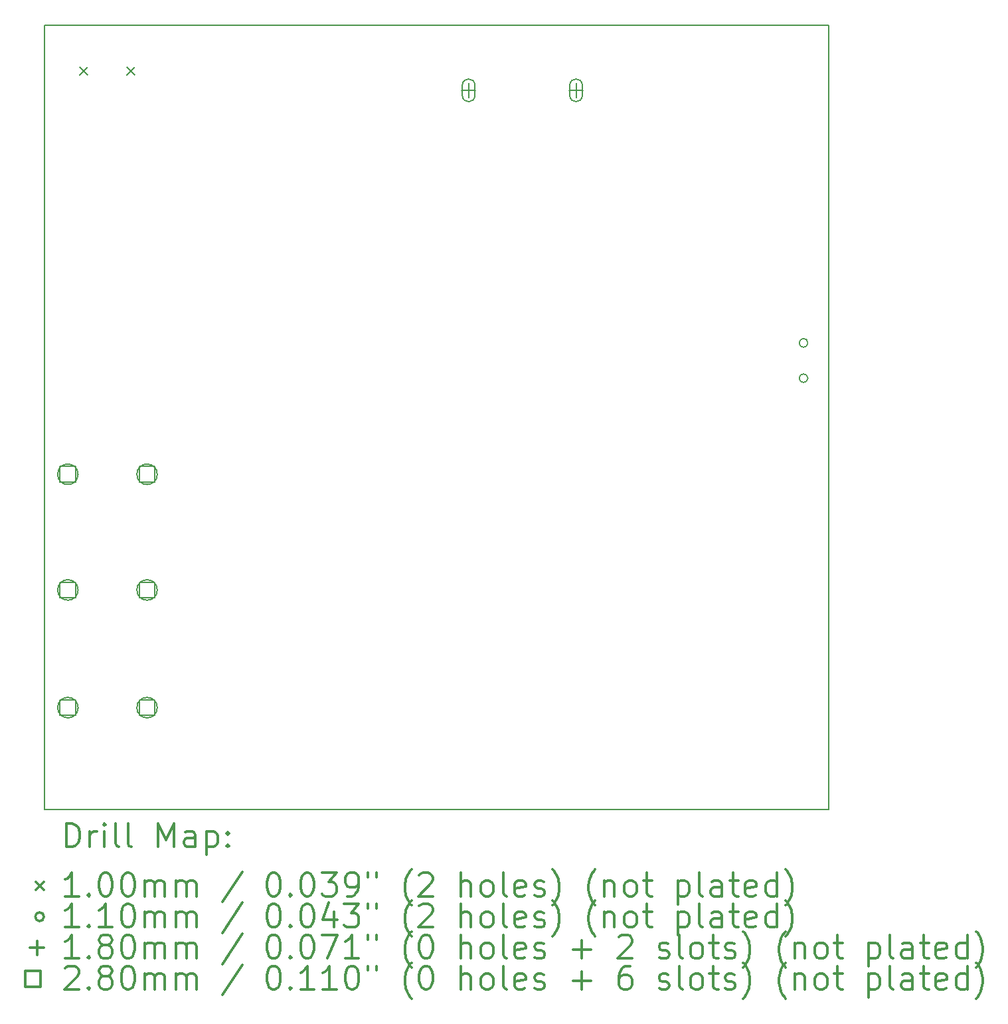
<source format=gbr>
%FSLAX45Y45*%
G04 Gerber Fmt 4.5, Leading zero omitted, Abs format (unit mm)*
G04 Created by KiCad (PCBNEW (5.0.2)-1) date 2019-02-15 17:12:08*
%MOMM*%
%LPD*%
G01*
G04 APERTURE LIST*
%ADD10C,0.200000*%
%ADD11C,0.300000*%
G04 APERTURE END LIST*
D10*
X10100000Y-15500000D02*
X20100000Y-15500000D01*
X20100000Y-15500000D02*
X20100000Y-5500000D01*
X10100000Y-5500000D02*
X10100000Y-15500000D01*
X20100000Y-5500000D02*
X10100000Y-5500000D01*
D10*
X10550000Y-6035000D02*
X10650000Y-6135000D01*
X10650000Y-6035000D02*
X10550000Y-6135000D01*
X11150000Y-6035000D02*
X11250000Y-6135000D01*
X11250000Y-6035000D02*
X11150000Y-6135000D01*
X19830000Y-9550000D02*
G75*
G03X19830000Y-9550000I-55000J0D01*
G01*
X19830000Y-10000000D02*
G75*
G03X19830000Y-10000000I-55000J0D01*
G01*
X15505000Y-6240000D02*
X15505000Y-6420000D01*
X15415000Y-6330000D02*
X15595000Y-6330000D01*
X15585000Y-6395000D02*
X15585000Y-6265000D01*
X15425000Y-6395000D02*
X15425000Y-6265000D01*
X15585000Y-6265000D02*
G75*
G03X15425000Y-6265000I-80000J0D01*
G01*
X15425000Y-6395000D02*
G75*
G03X15585000Y-6395000I80000J0D01*
G01*
X16875000Y-6240000D02*
X16875000Y-6420000D01*
X16785000Y-6330000D02*
X16965000Y-6330000D01*
X16955000Y-6395000D02*
X16955000Y-6265000D01*
X16795000Y-6395000D02*
X16795000Y-6265000D01*
X16955000Y-6265000D02*
G75*
G03X16795000Y-6265000I-80000J0D01*
G01*
X16795000Y-6395000D02*
G75*
G03X16955000Y-6395000I80000J0D01*
G01*
X10493996Y-12798996D02*
X10493996Y-12601004D01*
X10296004Y-12601004D01*
X10296004Y-12798996D01*
X10493996Y-12798996D01*
X10265000Y-12700000D02*
X10265000Y-12700000D01*
X10525000Y-12700000D02*
X10525000Y-12700000D01*
X10265000Y-12700000D02*
G75*
G03X10525000Y-12700000I130000J0D01*
G01*
X10525000Y-12700000D02*
G75*
G03X10265000Y-12700000I-130000J0D01*
G01*
X11503996Y-12798996D02*
X11503996Y-12601004D01*
X11306004Y-12601004D01*
X11306004Y-12798996D01*
X11503996Y-12798996D01*
X11275000Y-12700000D02*
X11275000Y-12700000D01*
X11535000Y-12700000D02*
X11535000Y-12700000D01*
X11275000Y-12700000D02*
G75*
G03X11535000Y-12700000I130000J0D01*
G01*
X11535000Y-12700000D02*
G75*
G03X11275000Y-12700000I-130000J0D01*
G01*
X10493996Y-11323996D02*
X10493996Y-11126004D01*
X10296004Y-11126004D01*
X10296004Y-11323996D01*
X10493996Y-11323996D01*
X10265000Y-11225000D02*
X10265000Y-11225000D01*
X10525000Y-11225000D02*
X10525000Y-11225000D01*
X10265000Y-11225000D02*
G75*
G03X10525000Y-11225000I130000J0D01*
G01*
X10525000Y-11225000D02*
G75*
G03X10265000Y-11225000I-130000J0D01*
G01*
X11503996Y-11323996D02*
X11503996Y-11126004D01*
X11306004Y-11126004D01*
X11306004Y-11323996D01*
X11503996Y-11323996D01*
X11275000Y-11225000D02*
X11275000Y-11225000D01*
X11535000Y-11225000D02*
X11535000Y-11225000D01*
X11275000Y-11225000D02*
G75*
G03X11535000Y-11225000I130000J0D01*
G01*
X11535000Y-11225000D02*
G75*
G03X11275000Y-11225000I-130000J0D01*
G01*
X10493996Y-14298996D02*
X10493996Y-14101004D01*
X10296004Y-14101004D01*
X10296004Y-14298996D01*
X10493996Y-14298996D01*
X10265000Y-14200000D02*
X10265000Y-14200000D01*
X10525000Y-14200000D02*
X10525000Y-14200000D01*
X10265000Y-14200000D02*
G75*
G03X10525000Y-14200000I130000J0D01*
G01*
X10525000Y-14200000D02*
G75*
G03X10265000Y-14200000I-130000J0D01*
G01*
X11503996Y-14298996D02*
X11503996Y-14101004D01*
X11306004Y-14101004D01*
X11306004Y-14298996D01*
X11503996Y-14298996D01*
X11275000Y-14200000D02*
X11275000Y-14200000D01*
X11535000Y-14200000D02*
X11535000Y-14200000D01*
X11275000Y-14200000D02*
G75*
G03X11535000Y-14200000I130000J0D01*
G01*
X11535000Y-14200000D02*
G75*
G03X11275000Y-14200000I-130000J0D01*
G01*
D11*
X10376428Y-15975714D02*
X10376428Y-15675714D01*
X10447857Y-15675714D01*
X10490714Y-15690000D01*
X10519286Y-15718571D01*
X10533571Y-15747143D01*
X10547857Y-15804286D01*
X10547857Y-15847143D01*
X10533571Y-15904286D01*
X10519286Y-15932857D01*
X10490714Y-15961429D01*
X10447857Y-15975714D01*
X10376428Y-15975714D01*
X10676428Y-15975714D02*
X10676428Y-15775714D01*
X10676428Y-15832857D02*
X10690714Y-15804286D01*
X10705000Y-15790000D01*
X10733571Y-15775714D01*
X10762143Y-15775714D01*
X10862143Y-15975714D02*
X10862143Y-15775714D01*
X10862143Y-15675714D02*
X10847857Y-15690000D01*
X10862143Y-15704286D01*
X10876428Y-15690000D01*
X10862143Y-15675714D01*
X10862143Y-15704286D01*
X11047857Y-15975714D02*
X11019286Y-15961429D01*
X11005000Y-15932857D01*
X11005000Y-15675714D01*
X11205000Y-15975714D02*
X11176428Y-15961429D01*
X11162143Y-15932857D01*
X11162143Y-15675714D01*
X11547857Y-15975714D02*
X11547857Y-15675714D01*
X11647857Y-15890000D01*
X11747857Y-15675714D01*
X11747857Y-15975714D01*
X12019286Y-15975714D02*
X12019286Y-15818571D01*
X12005000Y-15790000D01*
X11976428Y-15775714D01*
X11919286Y-15775714D01*
X11890714Y-15790000D01*
X12019286Y-15961429D02*
X11990714Y-15975714D01*
X11919286Y-15975714D01*
X11890714Y-15961429D01*
X11876428Y-15932857D01*
X11876428Y-15904286D01*
X11890714Y-15875714D01*
X11919286Y-15861429D01*
X11990714Y-15861429D01*
X12019286Y-15847143D01*
X12162143Y-15775714D02*
X12162143Y-16075714D01*
X12162143Y-15790000D02*
X12190714Y-15775714D01*
X12247857Y-15775714D01*
X12276428Y-15790000D01*
X12290714Y-15804286D01*
X12305000Y-15832857D01*
X12305000Y-15918571D01*
X12290714Y-15947143D01*
X12276428Y-15961429D01*
X12247857Y-15975714D01*
X12190714Y-15975714D01*
X12162143Y-15961429D01*
X12433571Y-15947143D02*
X12447857Y-15961429D01*
X12433571Y-15975714D01*
X12419286Y-15961429D01*
X12433571Y-15947143D01*
X12433571Y-15975714D01*
X12433571Y-15790000D02*
X12447857Y-15804286D01*
X12433571Y-15818571D01*
X12419286Y-15804286D01*
X12433571Y-15790000D01*
X12433571Y-15818571D01*
X9990000Y-16420000D02*
X10090000Y-16520000D01*
X10090000Y-16420000D02*
X9990000Y-16520000D01*
X10533571Y-16605714D02*
X10362143Y-16605714D01*
X10447857Y-16605714D02*
X10447857Y-16305714D01*
X10419286Y-16348571D01*
X10390714Y-16377143D01*
X10362143Y-16391429D01*
X10662143Y-16577143D02*
X10676428Y-16591429D01*
X10662143Y-16605714D01*
X10647857Y-16591429D01*
X10662143Y-16577143D01*
X10662143Y-16605714D01*
X10862143Y-16305714D02*
X10890714Y-16305714D01*
X10919286Y-16320000D01*
X10933571Y-16334286D01*
X10947857Y-16362857D01*
X10962143Y-16420000D01*
X10962143Y-16491429D01*
X10947857Y-16548571D01*
X10933571Y-16577143D01*
X10919286Y-16591429D01*
X10890714Y-16605714D01*
X10862143Y-16605714D01*
X10833571Y-16591429D01*
X10819286Y-16577143D01*
X10805000Y-16548571D01*
X10790714Y-16491429D01*
X10790714Y-16420000D01*
X10805000Y-16362857D01*
X10819286Y-16334286D01*
X10833571Y-16320000D01*
X10862143Y-16305714D01*
X11147857Y-16305714D02*
X11176428Y-16305714D01*
X11205000Y-16320000D01*
X11219286Y-16334286D01*
X11233571Y-16362857D01*
X11247857Y-16420000D01*
X11247857Y-16491429D01*
X11233571Y-16548571D01*
X11219286Y-16577143D01*
X11205000Y-16591429D01*
X11176428Y-16605714D01*
X11147857Y-16605714D01*
X11119286Y-16591429D01*
X11105000Y-16577143D01*
X11090714Y-16548571D01*
X11076428Y-16491429D01*
X11076428Y-16420000D01*
X11090714Y-16362857D01*
X11105000Y-16334286D01*
X11119286Y-16320000D01*
X11147857Y-16305714D01*
X11376428Y-16605714D02*
X11376428Y-16405714D01*
X11376428Y-16434286D02*
X11390714Y-16420000D01*
X11419286Y-16405714D01*
X11462143Y-16405714D01*
X11490714Y-16420000D01*
X11505000Y-16448571D01*
X11505000Y-16605714D01*
X11505000Y-16448571D02*
X11519286Y-16420000D01*
X11547857Y-16405714D01*
X11590714Y-16405714D01*
X11619286Y-16420000D01*
X11633571Y-16448571D01*
X11633571Y-16605714D01*
X11776428Y-16605714D02*
X11776428Y-16405714D01*
X11776428Y-16434286D02*
X11790714Y-16420000D01*
X11819286Y-16405714D01*
X11862143Y-16405714D01*
X11890714Y-16420000D01*
X11905000Y-16448571D01*
X11905000Y-16605714D01*
X11905000Y-16448571D02*
X11919286Y-16420000D01*
X11947857Y-16405714D01*
X11990714Y-16405714D01*
X12019286Y-16420000D01*
X12033571Y-16448571D01*
X12033571Y-16605714D01*
X12619286Y-16291429D02*
X12362143Y-16677143D01*
X13005000Y-16305714D02*
X13033571Y-16305714D01*
X13062143Y-16320000D01*
X13076428Y-16334286D01*
X13090714Y-16362857D01*
X13105000Y-16420000D01*
X13105000Y-16491429D01*
X13090714Y-16548571D01*
X13076428Y-16577143D01*
X13062143Y-16591429D01*
X13033571Y-16605714D01*
X13005000Y-16605714D01*
X12976428Y-16591429D01*
X12962143Y-16577143D01*
X12947857Y-16548571D01*
X12933571Y-16491429D01*
X12933571Y-16420000D01*
X12947857Y-16362857D01*
X12962143Y-16334286D01*
X12976428Y-16320000D01*
X13005000Y-16305714D01*
X13233571Y-16577143D02*
X13247857Y-16591429D01*
X13233571Y-16605714D01*
X13219286Y-16591429D01*
X13233571Y-16577143D01*
X13233571Y-16605714D01*
X13433571Y-16305714D02*
X13462143Y-16305714D01*
X13490714Y-16320000D01*
X13505000Y-16334286D01*
X13519286Y-16362857D01*
X13533571Y-16420000D01*
X13533571Y-16491429D01*
X13519286Y-16548571D01*
X13505000Y-16577143D01*
X13490714Y-16591429D01*
X13462143Y-16605714D01*
X13433571Y-16605714D01*
X13405000Y-16591429D01*
X13390714Y-16577143D01*
X13376428Y-16548571D01*
X13362143Y-16491429D01*
X13362143Y-16420000D01*
X13376428Y-16362857D01*
X13390714Y-16334286D01*
X13405000Y-16320000D01*
X13433571Y-16305714D01*
X13633571Y-16305714D02*
X13819286Y-16305714D01*
X13719286Y-16420000D01*
X13762143Y-16420000D01*
X13790714Y-16434286D01*
X13805000Y-16448571D01*
X13819286Y-16477143D01*
X13819286Y-16548571D01*
X13805000Y-16577143D01*
X13790714Y-16591429D01*
X13762143Y-16605714D01*
X13676428Y-16605714D01*
X13647857Y-16591429D01*
X13633571Y-16577143D01*
X13962143Y-16605714D02*
X14019286Y-16605714D01*
X14047857Y-16591429D01*
X14062143Y-16577143D01*
X14090714Y-16534286D01*
X14105000Y-16477143D01*
X14105000Y-16362857D01*
X14090714Y-16334286D01*
X14076428Y-16320000D01*
X14047857Y-16305714D01*
X13990714Y-16305714D01*
X13962143Y-16320000D01*
X13947857Y-16334286D01*
X13933571Y-16362857D01*
X13933571Y-16434286D01*
X13947857Y-16462857D01*
X13962143Y-16477143D01*
X13990714Y-16491429D01*
X14047857Y-16491429D01*
X14076428Y-16477143D01*
X14090714Y-16462857D01*
X14105000Y-16434286D01*
X14219286Y-16305714D02*
X14219286Y-16362857D01*
X14333571Y-16305714D02*
X14333571Y-16362857D01*
X14776428Y-16720000D02*
X14762143Y-16705714D01*
X14733571Y-16662857D01*
X14719286Y-16634286D01*
X14705000Y-16591429D01*
X14690714Y-16520000D01*
X14690714Y-16462857D01*
X14705000Y-16391429D01*
X14719286Y-16348571D01*
X14733571Y-16320000D01*
X14762143Y-16277143D01*
X14776428Y-16262857D01*
X14876428Y-16334286D02*
X14890714Y-16320000D01*
X14919286Y-16305714D01*
X14990714Y-16305714D01*
X15019286Y-16320000D01*
X15033571Y-16334286D01*
X15047857Y-16362857D01*
X15047857Y-16391429D01*
X15033571Y-16434286D01*
X14862143Y-16605714D01*
X15047857Y-16605714D01*
X15405000Y-16605714D02*
X15405000Y-16305714D01*
X15533571Y-16605714D02*
X15533571Y-16448571D01*
X15519286Y-16420000D01*
X15490714Y-16405714D01*
X15447857Y-16405714D01*
X15419286Y-16420000D01*
X15405000Y-16434286D01*
X15719286Y-16605714D02*
X15690714Y-16591429D01*
X15676428Y-16577143D01*
X15662143Y-16548571D01*
X15662143Y-16462857D01*
X15676428Y-16434286D01*
X15690714Y-16420000D01*
X15719286Y-16405714D01*
X15762143Y-16405714D01*
X15790714Y-16420000D01*
X15805000Y-16434286D01*
X15819286Y-16462857D01*
X15819286Y-16548571D01*
X15805000Y-16577143D01*
X15790714Y-16591429D01*
X15762143Y-16605714D01*
X15719286Y-16605714D01*
X15990714Y-16605714D02*
X15962143Y-16591429D01*
X15947857Y-16562857D01*
X15947857Y-16305714D01*
X16219286Y-16591429D02*
X16190714Y-16605714D01*
X16133571Y-16605714D01*
X16105000Y-16591429D01*
X16090714Y-16562857D01*
X16090714Y-16448571D01*
X16105000Y-16420000D01*
X16133571Y-16405714D01*
X16190714Y-16405714D01*
X16219286Y-16420000D01*
X16233571Y-16448571D01*
X16233571Y-16477143D01*
X16090714Y-16505714D01*
X16347857Y-16591429D02*
X16376428Y-16605714D01*
X16433571Y-16605714D01*
X16462143Y-16591429D01*
X16476428Y-16562857D01*
X16476428Y-16548571D01*
X16462143Y-16520000D01*
X16433571Y-16505714D01*
X16390714Y-16505714D01*
X16362143Y-16491429D01*
X16347857Y-16462857D01*
X16347857Y-16448571D01*
X16362143Y-16420000D01*
X16390714Y-16405714D01*
X16433571Y-16405714D01*
X16462143Y-16420000D01*
X16576428Y-16720000D02*
X16590714Y-16705714D01*
X16619286Y-16662857D01*
X16633571Y-16634286D01*
X16647857Y-16591429D01*
X16662143Y-16520000D01*
X16662143Y-16462857D01*
X16647857Y-16391429D01*
X16633571Y-16348571D01*
X16619286Y-16320000D01*
X16590714Y-16277143D01*
X16576428Y-16262857D01*
X17119286Y-16720000D02*
X17105000Y-16705714D01*
X17076428Y-16662857D01*
X17062143Y-16634286D01*
X17047857Y-16591429D01*
X17033571Y-16520000D01*
X17033571Y-16462857D01*
X17047857Y-16391429D01*
X17062143Y-16348571D01*
X17076428Y-16320000D01*
X17105000Y-16277143D01*
X17119286Y-16262857D01*
X17233571Y-16405714D02*
X17233571Y-16605714D01*
X17233571Y-16434286D02*
X17247857Y-16420000D01*
X17276428Y-16405714D01*
X17319286Y-16405714D01*
X17347857Y-16420000D01*
X17362143Y-16448571D01*
X17362143Y-16605714D01*
X17547857Y-16605714D02*
X17519286Y-16591429D01*
X17505000Y-16577143D01*
X17490714Y-16548571D01*
X17490714Y-16462857D01*
X17505000Y-16434286D01*
X17519286Y-16420000D01*
X17547857Y-16405714D01*
X17590714Y-16405714D01*
X17619286Y-16420000D01*
X17633571Y-16434286D01*
X17647857Y-16462857D01*
X17647857Y-16548571D01*
X17633571Y-16577143D01*
X17619286Y-16591429D01*
X17590714Y-16605714D01*
X17547857Y-16605714D01*
X17733571Y-16405714D02*
X17847857Y-16405714D01*
X17776428Y-16305714D02*
X17776428Y-16562857D01*
X17790714Y-16591429D01*
X17819286Y-16605714D01*
X17847857Y-16605714D01*
X18176428Y-16405714D02*
X18176428Y-16705714D01*
X18176428Y-16420000D02*
X18205000Y-16405714D01*
X18262143Y-16405714D01*
X18290714Y-16420000D01*
X18305000Y-16434286D01*
X18319286Y-16462857D01*
X18319286Y-16548571D01*
X18305000Y-16577143D01*
X18290714Y-16591429D01*
X18262143Y-16605714D01*
X18205000Y-16605714D01*
X18176428Y-16591429D01*
X18490714Y-16605714D02*
X18462143Y-16591429D01*
X18447857Y-16562857D01*
X18447857Y-16305714D01*
X18733571Y-16605714D02*
X18733571Y-16448571D01*
X18719286Y-16420000D01*
X18690714Y-16405714D01*
X18633571Y-16405714D01*
X18605000Y-16420000D01*
X18733571Y-16591429D02*
X18705000Y-16605714D01*
X18633571Y-16605714D01*
X18605000Y-16591429D01*
X18590714Y-16562857D01*
X18590714Y-16534286D01*
X18605000Y-16505714D01*
X18633571Y-16491429D01*
X18705000Y-16491429D01*
X18733571Y-16477143D01*
X18833571Y-16405714D02*
X18947857Y-16405714D01*
X18876428Y-16305714D02*
X18876428Y-16562857D01*
X18890714Y-16591429D01*
X18919286Y-16605714D01*
X18947857Y-16605714D01*
X19162143Y-16591429D02*
X19133571Y-16605714D01*
X19076428Y-16605714D01*
X19047857Y-16591429D01*
X19033571Y-16562857D01*
X19033571Y-16448571D01*
X19047857Y-16420000D01*
X19076428Y-16405714D01*
X19133571Y-16405714D01*
X19162143Y-16420000D01*
X19176428Y-16448571D01*
X19176428Y-16477143D01*
X19033571Y-16505714D01*
X19433571Y-16605714D02*
X19433571Y-16305714D01*
X19433571Y-16591429D02*
X19405000Y-16605714D01*
X19347857Y-16605714D01*
X19319286Y-16591429D01*
X19305000Y-16577143D01*
X19290714Y-16548571D01*
X19290714Y-16462857D01*
X19305000Y-16434286D01*
X19319286Y-16420000D01*
X19347857Y-16405714D01*
X19405000Y-16405714D01*
X19433571Y-16420000D01*
X19547857Y-16720000D02*
X19562143Y-16705714D01*
X19590714Y-16662857D01*
X19605000Y-16634286D01*
X19619286Y-16591429D01*
X19633571Y-16520000D01*
X19633571Y-16462857D01*
X19619286Y-16391429D01*
X19605000Y-16348571D01*
X19590714Y-16320000D01*
X19562143Y-16277143D01*
X19547857Y-16262857D01*
X10090000Y-16866000D02*
G75*
G03X10090000Y-16866000I-55000J0D01*
G01*
X10533571Y-17001714D02*
X10362143Y-17001714D01*
X10447857Y-17001714D02*
X10447857Y-16701714D01*
X10419286Y-16744571D01*
X10390714Y-16773143D01*
X10362143Y-16787429D01*
X10662143Y-16973143D02*
X10676428Y-16987429D01*
X10662143Y-17001714D01*
X10647857Y-16987429D01*
X10662143Y-16973143D01*
X10662143Y-17001714D01*
X10962143Y-17001714D02*
X10790714Y-17001714D01*
X10876428Y-17001714D02*
X10876428Y-16701714D01*
X10847857Y-16744571D01*
X10819286Y-16773143D01*
X10790714Y-16787429D01*
X11147857Y-16701714D02*
X11176428Y-16701714D01*
X11205000Y-16716000D01*
X11219286Y-16730286D01*
X11233571Y-16758857D01*
X11247857Y-16816000D01*
X11247857Y-16887429D01*
X11233571Y-16944572D01*
X11219286Y-16973143D01*
X11205000Y-16987429D01*
X11176428Y-17001714D01*
X11147857Y-17001714D01*
X11119286Y-16987429D01*
X11105000Y-16973143D01*
X11090714Y-16944572D01*
X11076428Y-16887429D01*
X11076428Y-16816000D01*
X11090714Y-16758857D01*
X11105000Y-16730286D01*
X11119286Y-16716000D01*
X11147857Y-16701714D01*
X11376428Y-17001714D02*
X11376428Y-16801714D01*
X11376428Y-16830286D02*
X11390714Y-16816000D01*
X11419286Y-16801714D01*
X11462143Y-16801714D01*
X11490714Y-16816000D01*
X11505000Y-16844572D01*
X11505000Y-17001714D01*
X11505000Y-16844572D02*
X11519286Y-16816000D01*
X11547857Y-16801714D01*
X11590714Y-16801714D01*
X11619286Y-16816000D01*
X11633571Y-16844572D01*
X11633571Y-17001714D01*
X11776428Y-17001714D02*
X11776428Y-16801714D01*
X11776428Y-16830286D02*
X11790714Y-16816000D01*
X11819286Y-16801714D01*
X11862143Y-16801714D01*
X11890714Y-16816000D01*
X11905000Y-16844572D01*
X11905000Y-17001714D01*
X11905000Y-16844572D02*
X11919286Y-16816000D01*
X11947857Y-16801714D01*
X11990714Y-16801714D01*
X12019286Y-16816000D01*
X12033571Y-16844572D01*
X12033571Y-17001714D01*
X12619286Y-16687429D02*
X12362143Y-17073143D01*
X13005000Y-16701714D02*
X13033571Y-16701714D01*
X13062143Y-16716000D01*
X13076428Y-16730286D01*
X13090714Y-16758857D01*
X13105000Y-16816000D01*
X13105000Y-16887429D01*
X13090714Y-16944572D01*
X13076428Y-16973143D01*
X13062143Y-16987429D01*
X13033571Y-17001714D01*
X13005000Y-17001714D01*
X12976428Y-16987429D01*
X12962143Y-16973143D01*
X12947857Y-16944572D01*
X12933571Y-16887429D01*
X12933571Y-16816000D01*
X12947857Y-16758857D01*
X12962143Y-16730286D01*
X12976428Y-16716000D01*
X13005000Y-16701714D01*
X13233571Y-16973143D02*
X13247857Y-16987429D01*
X13233571Y-17001714D01*
X13219286Y-16987429D01*
X13233571Y-16973143D01*
X13233571Y-17001714D01*
X13433571Y-16701714D02*
X13462143Y-16701714D01*
X13490714Y-16716000D01*
X13505000Y-16730286D01*
X13519286Y-16758857D01*
X13533571Y-16816000D01*
X13533571Y-16887429D01*
X13519286Y-16944572D01*
X13505000Y-16973143D01*
X13490714Y-16987429D01*
X13462143Y-17001714D01*
X13433571Y-17001714D01*
X13405000Y-16987429D01*
X13390714Y-16973143D01*
X13376428Y-16944572D01*
X13362143Y-16887429D01*
X13362143Y-16816000D01*
X13376428Y-16758857D01*
X13390714Y-16730286D01*
X13405000Y-16716000D01*
X13433571Y-16701714D01*
X13790714Y-16801714D02*
X13790714Y-17001714D01*
X13719286Y-16687429D02*
X13647857Y-16901714D01*
X13833571Y-16901714D01*
X13919286Y-16701714D02*
X14105000Y-16701714D01*
X14005000Y-16816000D01*
X14047857Y-16816000D01*
X14076428Y-16830286D01*
X14090714Y-16844572D01*
X14105000Y-16873143D01*
X14105000Y-16944572D01*
X14090714Y-16973143D01*
X14076428Y-16987429D01*
X14047857Y-17001714D01*
X13962143Y-17001714D01*
X13933571Y-16987429D01*
X13919286Y-16973143D01*
X14219286Y-16701714D02*
X14219286Y-16758857D01*
X14333571Y-16701714D02*
X14333571Y-16758857D01*
X14776428Y-17116000D02*
X14762143Y-17101714D01*
X14733571Y-17058857D01*
X14719286Y-17030286D01*
X14705000Y-16987429D01*
X14690714Y-16916000D01*
X14690714Y-16858857D01*
X14705000Y-16787429D01*
X14719286Y-16744571D01*
X14733571Y-16716000D01*
X14762143Y-16673143D01*
X14776428Y-16658857D01*
X14876428Y-16730286D02*
X14890714Y-16716000D01*
X14919286Y-16701714D01*
X14990714Y-16701714D01*
X15019286Y-16716000D01*
X15033571Y-16730286D01*
X15047857Y-16758857D01*
X15047857Y-16787429D01*
X15033571Y-16830286D01*
X14862143Y-17001714D01*
X15047857Y-17001714D01*
X15405000Y-17001714D02*
X15405000Y-16701714D01*
X15533571Y-17001714D02*
X15533571Y-16844572D01*
X15519286Y-16816000D01*
X15490714Y-16801714D01*
X15447857Y-16801714D01*
X15419286Y-16816000D01*
X15405000Y-16830286D01*
X15719286Y-17001714D02*
X15690714Y-16987429D01*
X15676428Y-16973143D01*
X15662143Y-16944572D01*
X15662143Y-16858857D01*
X15676428Y-16830286D01*
X15690714Y-16816000D01*
X15719286Y-16801714D01*
X15762143Y-16801714D01*
X15790714Y-16816000D01*
X15805000Y-16830286D01*
X15819286Y-16858857D01*
X15819286Y-16944572D01*
X15805000Y-16973143D01*
X15790714Y-16987429D01*
X15762143Y-17001714D01*
X15719286Y-17001714D01*
X15990714Y-17001714D02*
X15962143Y-16987429D01*
X15947857Y-16958857D01*
X15947857Y-16701714D01*
X16219286Y-16987429D02*
X16190714Y-17001714D01*
X16133571Y-17001714D01*
X16105000Y-16987429D01*
X16090714Y-16958857D01*
X16090714Y-16844572D01*
X16105000Y-16816000D01*
X16133571Y-16801714D01*
X16190714Y-16801714D01*
X16219286Y-16816000D01*
X16233571Y-16844572D01*
X16233571Y-16873143D01*
X16090714Y-16901714D01*
X16347857Y-16987429D02*
X16376428Y-17001714D01*
X16433571Y-17001714D01*
X16462143Y-16987429D01*
X16476428Y-16958857D01*
X16476428Y-16944572D01*
X16462143Y-16916000D01*
X16433571Y-16901714D01*
X16390714Y-16901714D01*
X16362143Y-16887429D01*
X16347857Y-16858857D01*
X16347857Y-16844572D01*
X16362143Y-16816000D01*
X16390714Y-16801714D01*
X16433571Y-16801714D01*
X16462143Y-16816000D01*
X16576428Y-17116000D02*
X16590714Y-17101714D01*
X16619286Y-17058857D01*
X16633571Y-17030286D01*
X16647857Y-16987429D01*
X16662143Y-16916000D01*
X16662143Y-16858857D01*
X16647857Y-16787429D01*
X16633571Y-16744571D01*
X16619286Y-16716000D01*
X16590714Y-16673143D01*
X16576428Y-16658857D01*
X17119286Y-17116000D02*
X17105000Y-17101714D01*
X17076428Y-17058857D01*
X17062143Y-17030286D01*
X17047857Y-16987429D01*
X17033571Y-16916000D01*
X17033571Y-16858857D01*
X17047857Y-16787429D01*
X17062143Y-16744571D01*
X17076428Y-16716000D01*
X17105000Y-16673143D01*
X17119286Y-16658857D01*
X17233571Y-16801714D02*
X17233571Y-17001714D01*
X17233571Y-16830286D02*
X17247857Y-16816000D01*
X17276428Y-16801714D01*
X17319286Y-16801714D01*
X17347857Y-16816000D01*
X17362143Y-16844572D01*
X17362143Y-17001714D01*
X17547857Y-17001714D02*
X17519286Y-16987429D01*
X17505000Y-16973143D01*
X17490714Y-16944572D01*
X17490714Y-16858857D01*
X17505000Y-16830286D01*
X17519286Y-16816000D01*
X17547857Y-16801714D01*
X17590714Y-16801714D01*
X17619286Y-16816000D01*
X17633571Y-16830286D01*
X17647857Y-16858857D01*
X17647857Y-16944572D01*
X17633571Y-16973143D01*
X17619286Y-16987429D01*
X17590714Y-17001714D01*
X17547857Y-17001714D01*
X17733571Y-16801714D02*
X17847857Y-16801714D01*
X17776428Y-16701714D02*
X17776428Y-16958857D01*
X17790714Y-16987429D01*
X17819286Y-17001714D01*
X17847857Y-17001714D01*
X18176428Y-16801714D02*
X18176428Y-17101714D01*
X18176428Y-16816000D02*
X18205000Y-16801714D01*
X18262143Y-16801714D01*
X18290714Y-16816000D01*
X18305000Y-16830286D01*
X18319286Y-16858857D01*
X18319286Y-16944572D01*
X18305000Y-16973143D01*
X18290714Y-16987429D01*
X18262143Y-17001714D01*
X18205000Y-17001714D01*
X18176428Y-16987429D01*
X18490714Y-17001714D02*
X18462143Y-16987429D01*
X18447857Y-16958857D01*
X18447857Y-16701714D01*
X18733571Y-17001714D02*
X18733571Y-16844572D01*
X18719286Y-16816000D01*
X18690714Y-16801714D01*
X18633571Y-16801714D01*
X18605000Y-16816000D01*
X18733571Y-16987429D02*
X18705000Y-17001714D01*
X18633571Y-17001714D01*
X18605000Y-16987429D01*
X18590714Y-16958857D01*
X18590714Y-16930286D01*
X18605000Y-16901714D01*
X18633571Y-16887429D01*
X18705000Y-16887429D01*
X18733571Y-16873143D01*
X18833571Y-16801714D02*
X18947857Y-16801714D01*
X18876428Y-16701714D02*
X18876428Y-16958857D01*
X18890714Y-16987429D01*
X18919286Y-17001714D01*
X18947857Y-17001714D01*
X19162143Y-16987429D02*
X19133571Y-17001714D01*
X19076428Y-17001714D01*
X19047857Y-16987429D01*
X19033571Y-16958857D01*
X19033571Y-16844572D01*
X19047857Y-16816000D01*
X19076428Y-16801714D01*
X19133571Y-16801714D01*
X19162143Y-16816000D01*
X19176428Y-16844572D01*
X19176428Y-16873143D01*
X19033571Y-16901714D01*
X19433571Y-17001714D02*
X19433571Y-16701714D01*
X19433571Y-16987429D02*
X19405000Y-17001714D01*
X19347857Y-17001714D01*
X19319286Y-16987429D01*
X19305000Y-16973143D01*
X19290714Y-16944572D01*
X19290714Y-16858857D01*
X19305000Y-16830286D01*
X19319286Y-16816000D01*
X19347857Y-16801714D01*
X19405000Y-16801714D01*
X19433571Y-16816000D01*
X19547857Y-17116000D02*
X19562143Y-17101714D01*
X19590714Y-17058857D01*
X19605000Y-17030286D01*
X19619286Y-16987429D01*
X19633571Y-16916000D01*
X19633571Y-16858857D01*
X19619286Y-16787429D01*
X19605000Y-16744571D01*
X19590714Y-16716000D01*
X19562143Y-16673143D01*
X19547857Y-16658857D01*
X10000000Y-17172000D02*
X10000000Y-17352000D01*
X9910000Y-17262000D02*
X10090000Y-17262000D01*
X10533571Y-17397714D02*
X10362143Y-17397714D01*
X10447857Y-17397714D02*
X10447857Y-17097714D01*
X10419286Y-17140572D01*
X10390714Y-17169143D01*
X10362143Y-17183429D01*
X10662143Y-17369143D02*
X10676428Y-17383429D01*
X10662143Y-17397714D01*
X10647857Y-17383429D01*
X10662143Y-17369143D01*
X10662143Y-17397714D01*
X10847857Y-17226286D02*
X10819286Y-17212000D01*
X10805000Y-17197714D01*
X10790714Y-17169143D01*
X10790714Y-17154857D01*
X10805000Y-17126286D01*
X10819286Y-17112000D01*
X10847857Y-17097714D01*
X10905000Y-17097714D01*
X10933571Y-17112000D01*
X10947857Y-17126286D01*
X10962143Y-17154857D01*
X10962143Y-17169143D01*
X10947857Y-17197714D01*
X10933571Y-17212000D01*
X10905000Y-17226286D01*
X10847857Y-17226286D01*
X10819286Y-17240572D01*
X10805000Y-17254857D01*
X10790714Y-17283429D01*
X10790714Y-17340572D01*
X10805000Y-17369143D01*
X10819286Y-17383429D01*
X10847857Y-17397714D01*
X10905000Y-17397714D01*
X10933571Y-17383429D01*
X10947857Y-17369143D01*
X10962143Y-17340572D01*
X10962143Y-17283429D01*
X10947857Y-17254857D01*
X10933571Y-17240572D01*
X10905000Y-17226286D01*
X11147857Y-17097714D02*
X11176428Y-17097714D01*
X11205000Y-17112000D01*
X11219286Y-17126286D01*
X11233571Y-17154857D01*
X11247857Y-17212000D01*
X11247857Y-17283429D01*
X11233571Y-17340572D01*
X11219286Y-17369143D01*
X11205000Y-17383429D01*
X11176428Y-17397714D01*
X11147857Y-17397714D01*
X11119286Y-17383429D01*
X11105000Y-17369143D01*
X11090714Y-17340572D01*
X11076428Y-17283429D01*
X11076428Y-17212000D01*
X11090714Y-17154857D01*
X11105000Y-17126286D01*
X11119286Y-17112000D01*
X11147857Y-17097714D01*
X11376428Y-17397714D02*
X11376428Y-17197714D01*
X11376428Y-17226286D02*
X11390714Y-17212000D01*
X11419286Y-17197714D01*
X11462143Y-17197714D01*
X11490714Y-17212000D01*
X11505000Y-17240572D01*
X11505000Y-17397714D01*
X11505000Y-17240572D02*
X11519286Y-17212000D01*
X11547857Y-17197714D01*
X11590714Y-17197714D01*
X11619286Y-17212000D01*
X11633571Y-17240572D01*
X11633571Y-17397714D01*
X11776428Y-17397714D02*
X11776428Y-17197714D01*
X11776428Y-17226286D02*
X11790714Y-17212000D01*
X11819286Y-17197714D01*
X11862143Y-17197714D01*
X11890714Y-17212000D01*
X11905000Y-17240572D01*
X11905000Y-17397714D01*
X11905000Y-17240572D02*
X11919286Y-17212000D01*
X11947857Y-17197714D01*
X11990714Y-17197714D01*
X12019286Y-17212000D01*
X12033571Y-17240572D01*
X12033571Y-17397714D01*
X12619286Y-17083429D02*
X12362143Y-17469143D01*
X13005000Y-17097714D02*
X13033571Y-17097714D01*
X13062143Y-17112000D01*
X13076428Y-17126286D01*
X13090714Y-17154857D01*
X13105000Y-17212000D01*
X13105000Y-17283429D01*
X13090714Y-17340572D01*
X13076428Y-17369143D01*
X13062143Y-17383429D01*
X13033571Y-17397714D01*
X13005000Y-17397714D01*
X12976428Y-17383429D01*
X12962143Y-17369143D01*
X12947857Y-17340572D01*
X12933571Y-17283429D01*
X12933571Y-17212000D01*
X12947857Y-17154857D01*
X12962143Y-17126286D01*
X12976428Y-17112000D01*
X13005000Y-17097714D01*
X13233571Y-17369143D02*
X13247857Y-17383429D01*
X13233571Y-17397714D01*
X13219286Y-17383429D01*
X13233571Y-17369143D01*
X13233571Y-17397714D01*
X13433571Y-17097714D02*
X13462143Y-17097714D01*
X13490714Y-17112000D01*
X13505000Y-17126286D01*
X13519286Y-17154857D01*
X13533571Y-17212000D01*
X13533571Y-17283429D01*
X13519286Y-17340572D01*
X13505000Y-17369143D01*
X13490714Y-17383429D01*
X13462143Y-17397714D01*
X13433571Y-17397714D01*
X13405000Y-17383429D01*
X13390714Y-17369143D01*
X13376428Y-17340572D01*
X13362143Y-17283429D01*
X13362143Y-17212000D01*
X13376428Y-17154857D01*
X13390714Y-17126286D01*
X13405000Y-17112000D01*
X13433571Y-17097714D01*
X13633571Y-17097714D02*
X13833571Y-17097714D01*
X13705000Y-17397714D01*
X14105000Y-17397714D02*
X13933571Y-17397714D01*
X14019286Y-17397714D02*
X14019286Y-17097714D01*
X13990714Y-17140572D01*
X13962143Y-17169143D01*
X13933571Y-17183429D01*
X14219286Y-17097714D02*
X14219286Y-17154857D01*
X14333571Y-17097714D02*
X14333571Y-17154857D01*
X14776428Y-17512000D02*
X14762143Y-17497714D01*
X14733571Y-17454857D01*
X14719286Y-17426286D01*
X14705000Y-17383429D01*
X14690714Y-17312000D01*
X14690714Y-17254857D01*
X14705000Y-17183429D01*
X14719286Y-17140572D01*
X14733571Y-17112000D01*
X14762143Y-17069143D01*
X14776428Y-17054857D01*
X14947857Y-17097714D02*
X14976428Y-17097714D01*
X15005000Y-17112000D01*
X15019286Y-17126286D01*
X15033571Y-17154857D01*
X15047857Y-17212000D01*
X15047857Y-17283429D01*
X15033571Y-17340572D01*
X15019286Y-17369143D01*
X15005000Y-17383429D01*
X14976428Y-17397714D01*
X14947857Y-17397714D01*
X14919286Y-17383429D01*
X14905000Y-17369143D01*
X14890714Y-17340572D01*
X14876428Y-17283429D01*
X14876428Y-17212000D01*
X14890714Y-17154857D01*
X14905000Y-17126286D01*
X14919286Y-17112000D01*
X14947857Y-17097714D01*
X15405000Y-17397714D02*
X15405000Y-17097714D01*
X15533571Y-17397714D02*
X15533571Y-17240572D01*
X15519286Y-17212000D01*
X15490714Y-17197714D01*
X15447857Y-17197714D01*
X15419286Y-17212000D01*
X15405000Y-17226286D01*
X15719286Y-17397714D02*
X15690714Y-17383429D01*
X15676428Y-17369143D01*
X15662143Y-17340572D01*
X15662143Y-17254857D01*
X15676428Y-17226286D01*
X15690714Y-17212000D01*
X15719286Y-17197714D01*
X15762143Y-17197714D01*
X15790714Y-17212000D01*
X15805000Y-17226286D01*
X15819286Y-17254857D01*
X15819286Y-17340572D01*
X15805000Y-17369143D01*
X15790714Y-17383429D01*
X15762143Y-17397714D01*
X15719286Y-17397714D01*
X15990714Y-17397714D02*
X15962143Y-17383429D01*
X15947857Y-17354857D01*
X15947857Y-17097714D01*
X16219286Y-17383429D02*
X16190714Y-17397714D01*
X16133571Y-17397714D01*
X16105000Y-17383429D01*
X16090714Y-17354857D01*
X16090714Y-17240572D01*
X16105000Y-17212000D01*
X16133571Y-17197714D01*
X16190714Y-17197714D01*
X16219286Y-17212000D01*
X16233571Y-17240572D01*
X16233571Y-17269143D01*
X16090714Y-17297714D01*
X16347857Y-17383429D02*
X16376428Y-17397714D01*
X16433571Y-17397714D01*
X16462143Y-17383429D01*
X16476428Y-17354857D01*
X16476428Y-17340572D01*
X16462143Y-17312000D01*
X16433571Y-17297714D01*
X16390714Y-17297714D01*
X16362143Y-17283429D01*
X16347857Y-17254857D01*
X16347857Y-17240572D01*
X16362143Y-17212000D01*
X16390714Y-17197714D01*
X16433571Y-17197714D01*
X16462143Y-17212000D01*
X16833571Y-17283429D02*
X17062143Y-17283429D01*
X16947857Y-17397714D02*
X16947857Y-17169143D01*
X17419286Y-17126286D02*
X17433571Y-17112000D01*
X17462143Y-17097714D01*
X17533571Y-17097714D01*
X17562143Y-17112000D01*
X17576428Y-17126286D01*
X17590714Y-17154857D01*
X17590714Y-17183429D01*
X17576428Y-17226286D01*
X17405000Y-17397714D01*
X17590714Y-17397714D01*
X17933571Y-17383429D02*
X17962143Y-17397714D01*
X18019286Y-17397714D01*
X18047857Y-17383429D01*
X18062143Y-17354857D01*
X18062143Y-17340572D01*
X18047857Y-17312000D01*
X18019286Y-17297714D01*
X17976428Y-17297714D01*
X17947857Y-17283429D01*
X17933571Y-17254857D01*
X17933571Y-17240572D01*
X17947857Y-17212000D01*
X17976428Y-17197714D01*
X18019286Y-17197714D01*
X18047857Y-17212000D01*
X18233571Y-17397714D02*
X18205000Y-17383429D01*
X18190714Y-17354857D01*
X18190714Y-17097714D01*
X18390714Y-17397714D02*
X18362143Y-17383429D01*
X18347857Y-17369143D01*
X18333571Y-17340572D01*
X18333571Y-17254857D01*
X18347857Y-17226286D01*
X18362143Y-17212000D01*
X18390714Y-17197714D01*
X18433571Y-17197714D01*
X18462143Y-17212000D01*
X18476428Y-17226286D01*
X18490714Y-17254857D01*
X18490714Y-17340572D01*
X18476428Y-17369143D01*
X18462143Y-17383429D01*
X18433571Y-17397714D01*
X18390714Y-17397714D01*
X18576428Y-17197714D02*
X18690714Y-17197714D01*
X18619286Y-17097714D02*
X18619286Y-17354857D01*
X18633571Y-17383429D01*
X18662143Y-17397714D01*
X18690714Y-17397714D01*
X18776428Y-17383429D02*
X18805000Y-17397714D01*
X18862143Y-17397714D01*
X18890714Y-17383429D01*
X18905000Y-17354857D01*
X18905000Y-17340572D01*
X18890714Y-17312000D01*
X18862143Y-17297714D01*
X18819286Y-17297714D01*
X18790714Y-17283429D01*
X18776428Y-17254857D01*
X18776428Y-17240572D01*
X18790714Y-17212000D01*
X18819286Y-17197714D01*
X18862143Y-17197714D01*
X18890714Y-17212000D01*
X19005000Y-17512000D02*
X19019286Y-17497714D01*
X19047857Y-17454857D01*
X19062143Y-17426286D01*
X19076428Y-17383429D01*
X19090714Y-17312000D01*
X19090714Y-17254857D01*
X19076428Y-17183429D01*
X19062143Y-17140572D01*
X19047857Y-17112000D01*
X19019286Y-17069143D01*
X19005000Y-17054857D01*
X19547857Y-17512000D02*
X19533571Y-17497714D01*
X19505000Y-17454857D01*
X19490714Y-17426286D01*
X19476428Y-17383429D01*
X19462143Y-17312000D01*
X19462143Y-17254857D01*
X19476428Y-17183429D01*
X19490714Y-17140572D01*
X19505000Y-17112000D01*
X19533571Y-17069143D01*
X19547857Y-17054857D01*
X19662143Y-17197714D02*
X19662143Y-17397714D01*
X19662143Y-17226286D02*
X19676428Y-17212000D01*
X19705000Y-17197714D01*
X19747857Y-17197714D01*
X19776428Y-17212000D01*
X19790714Y-17240572D01*
X19790714Y-17397714D01*
X19976428Y-17397714D02*
X19947857Y-17383429D01*
X19933571Y-17369143D01*
X19919286Y-17340572D01*
X19919286Y-17254857D01*
X19933571Y-17226286D01*
X19947857Y-17212000D01*
X19976428Y-17197714D01*
X20019286Y-17197714D01*
X20047857Y-17212000D01*
X20062143Y-17226286D01*
X20076428Y-17254857D01*
X20076428Y-17340572D01*
X20062143Y-17369143D01*
X20047857Y-17383429D01*
X20019286Y-17397714D01*
X19976428Y-17397714D01*
X20162143Y-17197714D02*
X20276428Y-17197714D01*
X20205000Y-17097714D02*
X20205000Y-17354857D01*
X20219286Y-17383429D01*
X20247857Y-17397714D01*
X20276428Y-17397714D01*
X20605000Y-17197714D02*
X20605000Y-17497714D01*
X20605000Y-17212000D02*
X20633571Y-17197714D01*
X20690714Y-17197714D01*
X20719286Y-17212000D01*
X20733571Y-17226286D01*
X20747857Y-17254857D01*
X20747857Y-17340572D01*
X20733571Y-17369143D01*
X20719286Y-17383429D01*
X20690714Y-17397714D01*
X20633571Y-17397714D01*
X20605000Y-17383429D01*
X20919286Y-17397714D02*
X20890714Y-17383429D01*
X20876428Y-17354857D01*
X20876428Y-17097714D01*
X21162143Y-17397714D02*
X21162143Y-17240572D01*
X21147857Y-17212000D01*
X21119286Y-17197714D01*
X21062143Y-17197714D01*
X21033571Y-17212000D01*
X21162143Y-17383429D02*
X21133571Y-17397714D01*
X21062143Y-17397714D01*
X21033571Y-17383429D01*
X21019286Y-17354857D01*
X21019286Y-17326286D01*
X21033571Y-17297714D01*
X21062143Y-17283429D01*
X21133571Y-17283429D01*
X21162143Y-17269143D01*
X21262143Y-17197714D02*
X21376428Y-17197714D01*
X21305000Y-17097714D02*
X21305000Y-17354857D01*
X21319286Y-17383429D01*
X21347857Y-17397714D01*
X21376428Y-17397714D01*
X21590714Y-17383429D02*
X21562143Y-17397714D01*
X21505000Y-17397714D01*
X21476428Y-17383429D01*
X21462143Y-17354857D01*
X21462143Y-17240572D01*
X21476428Y-17212000D01*
X21505000Y-17197714D01*
X21562143Y-17197714D01*
X21590714Y-17212000D01*
X21605000Y-17240572D01*
X21605000Y-17269143D01*
X21462143Y-17297714D01*
X21862143Y-17397714D02*
X21862143Y-17097714D01*
X21862143Y-17383429D02*
X21833571Y-17397714D01*
X21776428Y-17397714D01*
X21747857Y-17383429D01*
X21733571Y-17369143D01*
X21719286Y-17340572D01*
X21719286Y-17254857D01*
X21733571Y-17226286D01*
X21747857Y-17212000D01*
X21776428Y-17197714D01*
X21833571Y-17197714D01*
X21862143Y-17212000D01*
X21976428Y-17512000D02*
X21990714Y-17497714D01*
X22019286Y-17454857D01*
X22033571Y-17426286D01*
X22047857Y-17383429D01*
X22062143Y-17312000D01*
X22062143Y-17254857D01*
X22047857Y-17183429D01*
X22033571Y-17140572D01*
X22019286Y-17112000D01*
X21990714Y-17069143D01*
X21976428Y-17054857D01*
X10048996Y-17756996D02*
X10048996Y-17559004D01*
X9851004Y-17559004D01*
X9851004Y-17756996D01*
X10048996Y-17756996D01*
X10362143Y-17522286D02*
X10376428Y-17508000D01*
X10405000Y-17493714D01*
X10476428Y-17493714D01*
X10505000Y-17508000D01*
X10519286Y-17522286D01*
X10533571Y-17550857D01*
X10533571Y-17579429D01*
X10519286Y-17622286D01*
X10347857Y-17793714D01*
X10533571Y-17793714D01*
X10662143Y-17765143D02*
X10676428Y-17779429D01*
X10662143Y-17793714D01*
X10647857Y-17779429D01*
X10662143Y-17765143D01*
X10662143Y-17793714D01*
X10847857Y-17622286D02*
X10819286Y-17608000D01*
X10805000Y-17593714D01*
X10790714Y-17565143D01*
X10790714Y-17550857D01*
X10805000Y-17522286D01*
X10819286Y-17508000D01*
X10847857Y-17493714D01*
X10905000Y-17493714D01*
X10933571Y-17508000D01*
X10947857Y-17522286D01*
X10962143Y-17550857D01*
X10962143Y-17565143D01*
X10947857Y-17593714D01*
X10933571Y-17608000D01*
X10905000Y-17622286D01*
X10847857Y-17622286D01*
X10819286Y-17636572D01*
X10805000Y-17650857D01*
X10790714Y-17679429D01*
X10790714Y-17736572D01*
X10805000Y-17765143D01*
X10819286Y-17779429D01*
X10847857Y-17793714D01*
X10905000Y-17793714D01*
X10933571Y-17779429D01*
X10947857Y-17765143D01*
X10962143Y-17736572D01*
X10962143Y-17679429D01*
X10947857Y-17650857D01*
X10933571Y-17636572D01*
X10905000Y-17622286D01*
X11147857Y-17493714D02*
X11176428Y-17493714D01*
X11205000Y-17508000D01*
X11219286Y-17522286D01*
X11233571Y-17550857D01*
X11247857Y-17608000D01*
X11247857Y-17679429D01*
X11233571Y-17736572D01*
X11219286Y-17765143D01*
X11205000Y-17779429D01*
X11176428Y-17793714D01*
X11147857Y-17793714D01*
X11119286Y-17779429D01*
X11105000Y-17765143D01*
X11090714Y-17736572D01*
X11076428Y-17679429D01*
X11076428Y-17608000D01*
X11090714Y-17550857D01*
X11105000Y-17522286D01*
X11119286Y-17508000D01*
X11147857Y-17493714D01*
X11376428Y-17793714D02*
X11376428Y-17593714D01*
X11376428Y-17622286D02*
X11390714Y-17608000D01*
X11419286Y-17593714D01*
X11462143Y-17593714D01*
X11490714Y-17608000D01*
X11505000Y-17636572D01*
X11505000Y-17793714D01*
X11505000Y-17636572D02*
X11519286Y-17608000D01*
X11547857Y-17593714D01*
X11590714Y-17593714D01*
X11619286Y-17608000D01*
X11633571Y-17636572D01*
X11633571Y-17793714D01*
X11776428Y-17793714D02*
X11776428Y-17593714D01*
X11776428Y-17622286D02*
X11790714Y-17608000D01*
X11819286Y-17593714D01*
X11862143Y-17593714D01*
X11890714Y-17608000D01*
X11905000Y-17636572D01*
X11905000Y-17793714D01*
X11905000Y-17636572D02*
X11919286Y-17608000D01*
X11947857Y-17593714D01*
X11990714Y-17593714D01*
X12019286Y-17608000D01*
X12033571Y-17636572D01*
X12033571Y-17793714D01*
X12619286Y-17479429D02*
X12362143Y-17865143D01*
X13005000Y-17493714D02*
X13033571Y-17493714D01*
X13062143Y-17508000D01*
X13076428Y-17522286D01*
X13090714Y-17550857D01*
X13105000Y-17608000D01*
X13105000Y-17679429D01*
X13090714Y-17736572D01*
X13076428Y-17765143D01*
X13062143Y-17779429D01*
X13033571Y-17793714D01*
X13005000Y-17793714D01*
X12976428Y-17779429D01*
X12962143Y-17765143D01*
X12947857Y-17736572D01*
X12933571Y-17679429D01*
X12933571Y-17608000D01*
X12947857Y-17550857D01*
X12962143Y-17522286D01*
X12976428Y-17508000D01*
X13005000Y-17493714D01*
X13233571Y-17765143D02*
X13247857Y-17779429D01*
X13233571Y-17793714D01*
X13219286Y-17779429D01*
X13233571Y-17765143D01*
X13233571Y-17793714D01*
X13533571Y-17793714D02*
X13362143Y-17793714D01*
X13447857Y-17793714D02*
X13447857Y-17493714D01*
X13419286Y-17536572D01*
X13390714Y-17565143D01*
X13362143Y-17579429D01*
X13819286Y-17793714D02*
X13647857Y-17793714D01*
X13733571Y-17793714D02*
X13733571Y-17493714D01*
X13705000Y-17536572D01*
X13676428Y-17565143D01*
X13647857Y-17579429D01*
X14005000Y-17493714D02*
X14033571Y-17493714D01*
X14062143Y-17508000D01*
X14076428Y-17522286D01*
X14090714Y-17550857D01*
X14105000Y-17608000D01*
X14105000Y-17679429D01*
X14090714Y-17736572D01*
X14076428Y-17765143D01*
X14062143Y-17779429D01*
X14033571Y-17793714D01*
X14005000Y-17793714D01*
X13976428Y-17779429D01*
X13962143Y-17765143D01*
X13947857Y-17736572D01*
X13933571Y-17679429D01*
X13933571Y-17608000D01*
X13947857Y-17550857D01*
X13962143Y-17522286D01*
X13976428Y-17508000D01*
X14005000Y-17493714D01*
X14219286Y-17493714D02*
X14219286Y-17550857D01*
X14333571Y-17493714D02*
X14333571Y-17550857D01*
X14776428Y-17908000D02*
X14762143Y-17893714D01*
X14733571Y-17850857D01*
X14719286Y-17822286D01*
X14705000Y-17779429D01*
X14690714Y-17708000D01*
X14690714Y-17650857D01*
X14705000Y-17579429D01*
X14719286Y-17536572D01*
X14733571Y-17508000D01*
X14762143Y-17465143D01*
X14776428Y-17450857D01*
X14947857Y-17493714D02*
X14976428Y-17493714D01*
X15005000Y-17508000D01*
X15019286Y-17522286D01*
X15033571Y-17550857D01*
X15047857Y-17608000D01*
X15047857Y-17679429D01*
X15033571Y-17736572D01*
X15019286Y-17765143D01*
X15005000Y-17779429D01*
X14976428Y-17793714D01*
X14947857Y-17793714D01*
X14919286Y-17779429D01*
X14905000Y-17765143D01*
X14890714Y-17736572D01*
X14876428Y-17679429D01*
X14876428Y-17608000D01*
X14890714Y-17550857D01*
X14905000Y-17522286D01*
X14919286Y-17508000D01*
X14947857Y-17493714D01*
X15405000Y-17793714D02*
X15405000Y-17493714D01*
X15533571Y-17793714D02*
X15533571Y-17636572D01*
X15519286Y-17608000D01*
X15490714Y-17593714D01*
X15447857Y-17593714D01*
X15419286Y-17608000D01*
X15405000Y-17622286D01*
X15719286Y-17793714D02*
X15690714Y-17779429D01*
X15676428Y-17765143D01*
X15662143Y-17736572D01*
X15662143Y-17650857D01*
X15676428Y-17622286D01*
X15690714Y-17608000D01*
X15719286Y-17593714D01*
X15762143Y-17593714D01*
X15790714Y-17608000D01*
X15805000Y-17622286D01*
X15819286Y-17650857D01*
X15819286Y-17736572D01*
X15805000Y-17765143D01*
X15790714Y-17779429D01*
X15762143Y-17793714D01*
X15719286Y-17793714D01*
X15990714Y-17793714D02*
X15962143Y-17779429D01*
X15947857Y-17750857D01*
X15947857Y-17493714D01*
X16219286Y-17779429D02*
X16190714Y-17793714D01*
X16133571Y-17793714D01*
X16105000Y-17779429D01*
X16090714Y-17750857D01*
X16090714Y-17636572D01*
X16105000Y-17608000D01*
X16133571Y-17593714D01*
X16190714Y-17593714D01*
X16219286Y-17608000D01*
X16233571Y-17636572D01*
X16233571Y-17665143D01*
X16090714Y-17693714D01*
X16347857Y-17779429D02*
X16376428Y-17793714D01*
X16433571Y-17793714D01*
X16462143Y-17779429D01*
X16476428Y-17750857D01*
X16476428Y-17736572D01*
X16462143Y-17708000D01*
X16433571Y-17693714D01*
X16390714Y-17693714D01*
X16362143Y-17679429D01*
X16347857Y-17650857D01*
X16347857Y-17636572D01*
X16362143Y-17608000D01*
X16390714Y-17593714D01*
X16433571Y-17593714D01*
X16462143Y-17608000D01*
X16833571Y-17679429D02*
X17062143Y-17679429D01*
X16947857Y-17793714D02*
X16947857Y-17565143D01*
X17562143Y-17493714D02*
X17505000Y-17493714D01*
X17476428Y-17508000D01*
X17462143Y-17522286D01*
X17433571Y-17565143D01*
X17419286Y-17622286D01*
X17419286Y-17736572D01*
X17433571Y-17765143D01*
X17447857Y-17779429D01*
X17476428Y-17793714D01*
X17533571Y-17793714D01*
X17562143Y-17779429D01*
X17576428Y-17765143D01*
X17590714Y-17736572D01*
X17590714Y-17665143D01*
X17576428Y-17636572D01*
X17562143Y-17622286D01*
X17533571Y-17608000D01*
X17476428Y-17608000D01*
X17447857Y-17622286D01*
X17433571Y-17636572D01*
X17419286Y-17665143D01*
X17933571Y-17779429D02*
X17962143Y-17793714D01*
X18019286Y-17793714D01*
X18047857Y-17779429D01*
X18062143Y-17750857D01*
X18062143Y-17736572D01*
X18047857Y-17708000D01*
X18019286Y-17693714D01*
X17976428Y-17693714D01*
X17947857Y-17679429D01*
X17933571Y-17650857D01*
X17933571Y-17636572D01*
X17947857Y-17608000D01*
X17976428Y-17593714D01*
X18019286Y-17593714D01*
X18047857Y-17608000D01*
X18233571Y-17793714D02*
X18205000Y-17779429D01*
X18190714Y-17750857D01*
X18190714Y-17493714D01*
X18390714Y-17793714D02*
X18362143Y-17779429D01*
X18347857Y-17765143D01*
X18333571Y-17736572D01*
X18333571Y-17650857D01*
X18347857Y-17622286D01*
X18362143Y-17608000D01*
X18390714Y-17593714D01*
X18433571Y-17593714D01*
X18462143Y-17608000D01*
X18476428Y-17622286D01*
X18490714Y-17650857D01*
X18490714Y-17736572D01*
X18476428Y-17765143D01*
X18462143Y-17779429D01*
X18433571Y-17793714D01*
X18390714Y-17793714D01*
X18576428Y-17593714D02*
X18690714Y-17593714D01*
X18619286Y-17493714D02*
X18619286Y-17750857D01*
X18633571Y-17779429D01*
X18662143Y-17793714D01*
X18690714Y-17793714D01*
X18776428Y-17779429D02*
X18805000Y-17793714D01*
X18862143Y-17793714D01*
X18890714Y-17779429D01*
X18905000Y-17750857D01*
X18905000Y-17736572D01*
X18890714Y-17708000D01*
X18862143Y-17693714D01*
X18819286Y-17693714D01*
X18790714Y-17679429D01*
X18776428Y-17650857D01*
X18776428Y-17636572D01*
X18790714Y-17608000D01*
X18819286Y-17593714D01*
X18862143Y-17593714D01*
X18890714Y-17608000D01*
X19005000Y-17908000D02*
X19019286Y-17893714D01*
X19047857Y-17850857D01*
X19062143Y-17822286D01*
X19076428Y-17779429D01*
X19090714Y-17708000D01*
X19090714Y-17650857D01*
X19076428Y-17579429D01*
X19062143Y-17536572D01*
X19047857Y-17508000D01*
X19019286Y-17465143D01*
X19005000Y-17450857D01*
X19547857Y-17908000D02*
X19533571Y-17893714D01*
X19505000Y-17850857D01*
X19490714Y-17822286D01*
X19476428Y-17779429D01*
X19462143Y-17708000D01*
X19462143Y-17650857D01*
X19476428Y-17579429D01*
X19490714Y-17536572D01*
X19505000Y-17508000D01*
X19533571Y-17465143D01*
X19547857Y-17450857D01*
X19662143Y-17593714D02*
X19662143Y-17793714D01*
X19662143Y-17622286D02*
X19676428Y-17608000D01*
X19705000Y-17593714D01*
X19747857Y-17593714D01*
X19776428Y-17608000D01*
X19790714Y-17636572D01*
X19790714Y-17793714D01*
X19976428Y-17793714D02*
X19947857Y-17779429D01*
X19933571Y-17765143D01*
X19919286Y-17736572D01*
X19919286Y-17650857D01*
X19933571Y-17622286D01*
X19947857Y-17608000D01*
X19976428Y-17593714D01*
X20019286Y-17593714D01*
X20047857Y-17608000D01*
X20062143Y-17622286D01*
X20076428Y-17650857D01*
X20076428Y-17736572D01*
X20062143Y-17765143D01*
X20047857Y-17779429D01*
X20019286Y-17793714D01*
X19976428Y-17793714D01*
X20162143Y-17593714D02*
X20276428Y-17593714D01*
X20205000Y-17493714D02*
X20205000Y-17750857D01*
X20219286Y-17779429D01*
X20247857Y-17793714D01*
X20276428Y-17793714D01*
X20605000Y-17593714D02*
X20605000Y-17893714D01*
X20605000Y-17608000D02*
X20633571Y-17593714D01*
X20690714Y-17593714D01*
X20719286Y-17608000D01*
X20733571Y-17622286D01*
X20747857Y-17650857D01*
X20747857Y-17736572D01*
X20733571Y-17765143D01*
X20719286Y-17779429D01*
X20690714Y-17793714D01*
X20633571Y-17793714D01*
X20605000Y-17779429D01*
X20919286Y-17793714D02*
X20890714Y-17779429D01*
X20876428Y-17750857D01*
X20876428Y-17493714D01*
X21162143Y-17793714D02*
X21162143Y-17636572D01*
X21147857Y-17608000D01*
X21119286Y-17593714D01*
X21062143Y-17593714D01*
X21033571Y-17608000D01*
X21162143Y-17779429D02*
X21133571Y-17793714D01*
X21062143Y-17793714D01*
X21033571Y-17779429D01*
X21019286Y-17750857D01*
X21019286Y-17722286D01*
X21033571Y-17693714D01*
X21062143Y-17679429D01*
X21133571Y-17679429D01*
X21162143Y-17665143D01*
X21262143Y-17593714D02*
X21376428Y-17593714D01*
X21305000Y-17493714D02*
X21305000Y-17750857D01*
X21319286Y-17779429D01*
X21347857Y-17793714D01*
X21376428Y-17793714D01*
X21590714Y-17779429D02*
X21562143Y-17793714D01*
X21505000Y-17793714D01*
X21476428Y-17779429D01*
X21462143Y-17750857D01*
X21462143Y-17636572D01*
X21476428Y-17608000D01*
X21505000Y-17593714D01*
X21562143Y-17593714D01*
X21590714Y-17608000D01*
X21605000Y-17636572D01*
X21605000Y-17665143D01*
X21462143Y-17693714D01*
X21862143Y-17793714D02*
X21862143Y-17493714D01*
X21862143Y-17779429D02*
X21833571Y-17793714D01*
X21776428Y-17793714D01*
X21747857Y-17779429D01*
X21733571Y-17765143D01*
X21719286Y-17736572D01*
X21719286Y-17650857D01*
X21733571Y-17622286D01*
X21747857Y-17608000D01*
X21776428Y-17593714D01*
X21833571Y-17593714D01*
X21862143Y-17608000D01*
X21976428Y-17908000D02*
X21990714Y-17893714D01*
X22019286Y-17850857D01*
X22033571Y-17822286D01*
X22047857Y-17779429D01*
X22062143Y-17708000D01*
X22062143Y-17650857D01*
X22047857Y-17579429D01*
X22033571Y-17536572D01*
X22019286Y-17508000D01*
X21990714Y-17465143D01*
X21976428Y-17450857D01*
M02*

</source>
